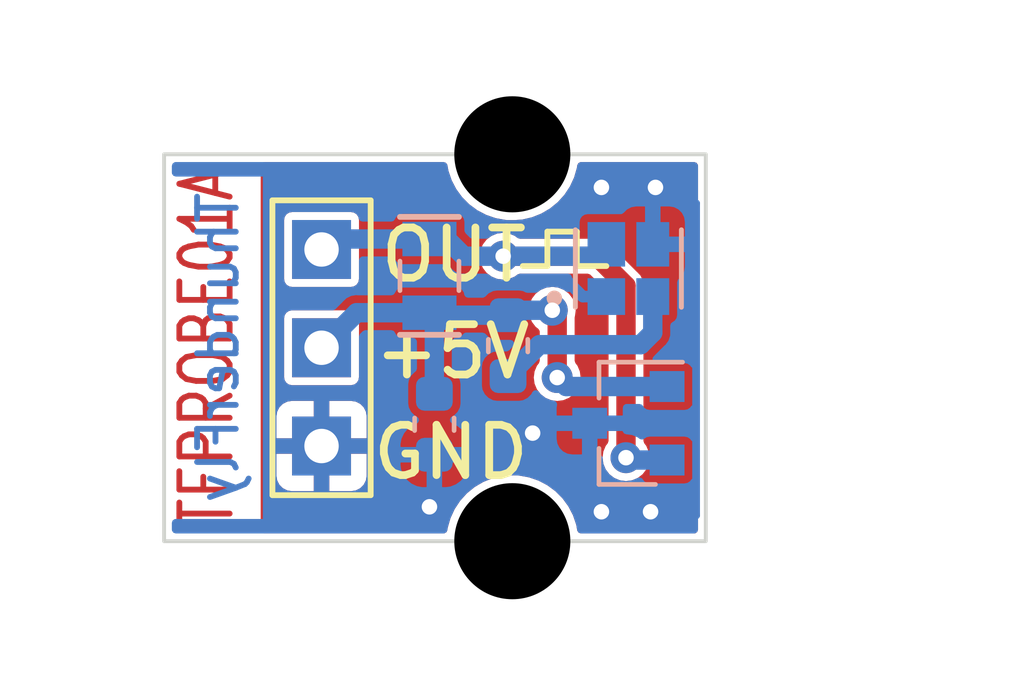
<source format=kicad_pcb>
(kicad_pcb (version 20240108) (generator "pcbnew") (generator_version "8.0")
  (layers (0 "F.Cu" signal) (31 "B.Cu" signal) (34 "B.Paste" user) (35 "F.Paste" user) (36 "B.SilkS" user "B.Silkscreen") (37 "F.SilkS" user "F.Silkscreen") (38 "B.Mask" user) (39 "F.Mask" user) (44 "Edge.Cuts" user))
  (net 0 "")
  (net 1 "+5V")
  (net 2 "GND")
  (net 3 "/COUNT")
  (net 4 "Net-(R1-Pad2)")
  (footprint "Mlab_Mechanical:dira_3mm" (layer "F.Cu") (at 8.89 -10.033)
    (property "Reference" "M3" (hide yes))
    (property "Value" "HOLE" (hide yes))
    (pad "" np_thru_hole circle (at 0.11 0.033) (size 3 3) (drill 3) (layers "*.Mask"))
  )
  (footprint "Mlab_Mechanical:dira_3mm" (layer "F.Cu") (at 9 0)
    (property "Reference" "M4" (hide yes))
    (property "Value" "HOLE" (hide yes))
    (pad "" np_thru_hole circle (at 0 0) (size 3 3) (drill 3) (layers "*.Mask"))
  )
  (footprint "Mlab_Pin_Headers:Straight_1x03" (layer "F.Cu") (at 4.069 -5)
    (property "Reference" "J1" (hide yes))
    (property "Value" "HEADER_1x03" (hide yes))
    (fp_line (start -1.27 -3.81) (end 1.27 -3.81) (stroke (width 0.15)) (layer "F.SilkS"))
    (fp_line (start -1.27 3.81) (end -1.27 -3.81) (stroke (width 0.15)) (layer "F.SilkS"))
    (fp_line (start 1.27 -3.81) (end 1.27 3.81) (stroke (width 0.15)) (layer "F.SilkS"))
    (fp_line (start 1.27 3.81) (end -1.27 3.81) (stroke (width 0.15)) (layer "F.SilkS"))
    (pad "1" thru_hole rect (at 0 -2.54) (size 1.524 1.524) (drill 0.889) (layers "*.Cu" "*.Mask") (net 3 "/COUNT"))
    (pad "2" thru_hole rect (at 0 0) (size 1.524 1.524) (drill 0.889) (layers "*.Cu" "*.Mask") (net 1 "+5V"))
    (pad "3" thru_hole rect (at 0 2.54) (size 1.524 1.524) (drill 0.889) (layers "*.Cu" "*.Mask") (net 2 "GND"))
  )
  (footprint "Mlab_R:SMD-0603" (layer "B.Cu") (at 8.89 -5.0545 -90)
    (property "Reference" "R1" (hide yes))
    (property "Value" "180R" (hide yes))
    (fp_line (start -0.162779 0.51) (end 0.162779 0.51) (stroke (width 0.12)) (layer "B.SilkS"))
    (fp_line (start -0.162779 -0.51) (end 0.162779 -0.51) (stroke (width 0.12)) (layer "B.SilkS"))
    (pad "1" smd roundrect (at -0.7875 0 270) (size 0.875 0.95) (layers "B.Cu" "B.Paste" "B.Mask") (net 1 "+5V"))
    (pad "2" smd roundrect (at 0.7875 0 270) (size 0.875 0.95) (layers "B.Cu" "B.Paste" "B.Mask") (net 4 "Net-(R1-Pad2)"))
  )
  (footprint "Package_TO_SOT_SMD:SOT-23" (layer "B.Cu") (at 12 -3.048 180)
    (property "Reference" "U1" (hide yes))
    (property "Value" "AH3572" (hide yes))
    (fp_line (start 0.76 1.58) (end 0.76 0.65) (stroke (width 0.12)) (layer "B.SilkS"))
    (fp_line (start 0.76 1.58) (end -1.4 1.58) (stroke (width 0.12)) (layer "B.SilkS"))
    (fp_line (start 0.76 -1.58) (end 0.76 -0.65) (stroke (width 0.12)) (layer "B.SilkS"))
    (fp_line (start 0.76 -1.58) (end -0.7 -1.58) (stroke (width 0.12)) (layer "B.SilkS"))
    (pad "1" smd rect (at -1 0.95 180) (size 0.9 0.8) (layers "B.Cu" "B.Paste" "B.Mask") (net 1 "+5V"))
    (pad "2" smd rect (at -1 -0.95 180) (size 0.9 0.8) (layers "B.Cu" "B.Paste" "B.Mask") (net 3 "/COUNT"))
    (pad "3" smd rect (at 1 0 180) (size 0.9 0.8) (layers "B.Cu" "B.Paste" "B.Mask") (net 2 "GND"))
  )
  (footprint "Mlab_R:SMD-0603" (layer "B.Cu") (at 6.985 -3.0225 -90)
    (property "Reference" "C1" (hide yes))
    (property "Value" "100nF" (hide yes))
    (fp_line (start -0.162779 0.51) (end 0.162779 0.51) (stroke (width 0.12)) (layer "B.SilkS"))
    (fp_line (start -0.162779 -0.51) (end 0.162779 -0.51) (stroke (width 0.12)) (layer "B.SilkS"))
    (pad "1" smd roundrect (at -0.7875 0 270) (size 0.875 0.95) (layers "B.Cu" "B.Paste" "B.Mask") (net 1 "+5V"))
    (pad "2" smd roundrect (at 0.7875 0 270) (size 0.875 0.95) (layers "B.Cu" "B.Paste" "B.Mask") (net 2 "GND"))
  )
  (footprint "Mlab_R:SMD-0805" (layer "B.Cu") (at 6.858 -6.858 90)
    (property "Reference" "R2")
    (property "Value" "-")
    (fp_line (start -0.381 -0.762) (end 0.381 -0.762) (stroke (width 0.12)) (layer "B.SilkS"))
    (fp_line (start -1.524 -0.762) (end -1.524 0.762) (stroke (width 0.15)) (layer "B.SilkS"))
    (fp_line (start 1.524 0.762) (end 1.524 -0.762) (stroke (width 0.15)) (layer "B.SilkS"))
    (fp_line (start -0.381 0.762) (end 0.381 0.762) (stroke (width 0.12)) (layer "B.SilkS"))
    (pad "1" smd rect (at -0.9525 0 90) (size 0.889 1.397) (layers "B.Cu" "B.Paste" "B.Mask") (net 1 "+5V"))
    (pad "2" smd rect (at 0.9525 0 90) (size 0.889 1.397) (layers "B.Cu" "B.Paste" "B.Mask") (net 3 "/COUNT"))
  )
  (footprint "Mlab_IO:XDCR_VCNT2020" (layer "B.Cu") (at 12 -7.048)
    (property "Reference" "U2" (hide yes))
    (property "Value" "VCNT2020" (hide yes))
    (fp_line (start -1.37 1) (end -1.37 -1) (stroke (width 0.127)) (layer "B.SilkS"))
    (fp_line (start 1.37 1) (end 1.37 -1) (stroke (width 0.127)) (layer "B.SilkS"))
    (fp_circle (center -1.91352 0.769763) (end -1.81352 0.769763) (stroke (width 0.2)) (fill none) (layer "B.SilkS"))
    (pad "1" smd rect (at -0.57 0.725) (size 0.97 0.95) (layers "B.Cu" "B.Paste" "B.Mask") (net 2 "GND"))
    (pad "2" smd rect (at -0.57 -0.625) (size 0.97 1.15) (layers "B.Cu" "B.Paste" "B.Mask") (net 3 "/COUNT"))
    (pad "3" smd rect (at 0.63 0.725) (size 0.85 0.95) (layers "B.Cu" "B.Paste" "B.Mask") (net 4 "Net-(R1-Pad2)"))
    (pad "4" smd rect (at 0.63 -0.625) (size 0.85 1.15) (layers "B.Cu" "B.Paste" "B.Mask") (net 2 "GND"))
  )
  (gr_line (start 9.906 -8.001) (end 10.668 -8.001) (stroke (width 0.15)) (layer "F.SilkS"))
  (gr_line (start 9.271 -7.112) (end 9.906 -7.112) (stroke (width 0.15)) (layer "F.SilkS"))
  (gr_line (start 10.668 -8.001) (end 10.668 -7.112) (stroke (width 0.15)) (layer "F.SilkS"))
  (gr_line (start 9.906 -7.112) (end 9.906 -8.001) (stroke (width 0.15)) (layer "F.SilkS"))
  (gr_line (start 10.668 -7.112) (end 11.43 -7.112) (stroke (width 0.15)) (layer "F.SilkS"))
  (gr_rect (start 0 -10) (end 14 0) (stroke (width 0.1)) (fill none) (layer "Edge.Cuts"))
  (gr_text "TFPROBE01A" (at 1.1 -5 90) (layer "F.Cu") (effects (font (size 1.3 1))))
  (gr_text "ThunderFly" (at 1.397 -5 90) (layer "B.Cu") (effects (font (size 1 1)) (justify mirror)))
  (gr_text "GND" (at 5.3 -2.3 0) (layer "F.SilkS") (effects (font (size 1.3 1.3) (thickness 0.2)) (justify left)))
  (gr_text "OUT" (at 5.5 -7.4 0) (layer "F.SilkS") (effects (font (size 1.3 1.3) (thickness 0.2)) (justify left)))
  (gr_text "+5V" (at 5.339 -4.9 0) (layer "F.SilkS") (effects (font (size 1.3 1.3) (thickness 0.2)) (justify left)))
  (segment (start 10.16 -5.842) (end 10.033 -5.969) (width 0.5) (layer "F.Cu") (net 1))
  (segment (start 10.16 -4.23) (end 10.16 -5.842) (width 0.5) (layer "F.Cu") (net 1))
  (via (at 10.033 -5.969) (size 0.8) (drill 0.4) (layers "F.Cu" "B.Cu") (net 1))
  (via (at 10.16 -4.23) (size 0.8) (drill 0.4) (layers "F.Cu" "B.Cu") (net 1))
  (segment (start 8.89 -5.842) (end 6.9215 -5.842) (width 0.5) (layer "B.Cu") (net 1))
  (segment (start 10.392 -3.998) (end 10.16 -4.23) (width 0.5) (layer "B.Cu") (net 1))
  (segment (start 6.985 -5.7785) (end 6.858 -5.9055) (width 0.5) (layer "B.Cu") (net 1))
  (segment (start 13 -3.998) (end 10.392 -3.998) (width 0.5) (layer "B.Cu") (net 1))
  (segment (start 6.9215 -5.842) (end 6.858 -5.9055) (width 0.5) (layer "B.Cu") (net 1))
  (segment (start 9.017 -5.969) (end 8.89 -5.842) (width 0.5) (layer "B.Cu") (net 1))
  (segment (start 6.985 -3.81) (end 6.985 -5.7785) (width 0.5) (layer "B.Cu") (net 1))
  (segment (start 4.9745 -5.9055) (end 4.069 -5) (width 0.5) (layer "B.Cu") (net 1))
  (segment (start 6.858 -5.9055) (end 4.9745 -5.9055) (width 0.5) (layer "B.Cu") (net 1))
  (segment (start 10.033 -5.969) (end 9.017 -5.969) (width 0.5) (layer "B.Cu") (net 1))
  (via (at 11.303 -0.762) (size 0.8) (drill 0.4) (layers "F.Cu" "B.Cu") (net 2))
  (via (at 9.525 -2.794) (size 0.8) (drill 0.4) (layers "F.Cu" "B.Cu") (net 2))
  (via (at 11.303 -9.144) (size 0.8) (drill 0.4) (layers "F.Cu" "B.Cu") (net 2))
  (via (at 12.7 -9.144) (size 0.8) (drill 0.4) (layers "F.Cu" "B.Cu") (net 2))
  (via (at 12.573 -0.762) (size 0.8) (drill 0.4) (layers "F.Cu" "B.Cu") (net 2))
  (via (at 6.858 -0.889) (size 0.8) (drill 0.4) (layers "F.Cu" "B.Cu") (net 2))
  (segment (start 13.75001 -8.72899) (end 13.75001 -0.66901) (width 0.2) (layer "B.Cu") (net 2))
  (segment (start 10.822 -6.323) (end 10.414 -6.731) (width 0.3) (layer "B.Cu") (net 2))
  (segment (start 11.43 -6.323) (end 10.822 -6.323) (width 0.3) (layer "B.Cu") (net 2))
  (segment (start 13.335 -9.144) (end 13.75001 -8.72899) (width 0.2) (layer "B.Cu") (net 2))
  (segment (start 10.414 -6.731) (end 9.271 -6.731) (width 0.3) (layer "B.Cu") (net 2))
  (segment (start 13.65702 -0.762) (end 12.573 -0.762) (width 0.2) (layer "B.Cu") (net 2))
  (segment (start 13.75001 -0.66901) (end 13.65702 -0.762) (width 0.2) (layer "B.Cu") (net 2))
  (segment (start 12.7 -9.144) (end 13.335 -9.144) (width 0.2) (layer "B.Cu") (net 2))
  (segment (start 11.176 -7.366) (end 8.763 -7.366) (width 0.5) (layer "F.Cu") (net 3))
  (segment (start 11.938 -2.159) (end 11.938 -6.604) (width 0.5) (layer "F.Cu") (net 3))
  (segment (start 11.938 -6.604) (end 11.176 -7.366) (width 0.5) (layer "F.Cu") (net 3))
  (via (at 8.763 -7.366) (size 0.8) (drill 0.4) (layers "F.Cu" "B.Cu") (net 3))
  (via (at 11.938 -2.159) (size 0.8) (drill 0.4) (layers "F.Cu" "B.Cu") (net 3))
  (segment (start 6.858 -7.8105) (end 4.3395 -7.8105) (width 0.5) (layer "B.Cu") (net 3))
  (segment (start 7.3025 -7.8105) (end 7.747 -7.366) (width 0.5) (layer "B.Cu") (net 3))
  (segment (start 11.2925 -7.8105) (end 11.43 -7.673) (width 0.5) (layer "B.Cu") (net 3))
  (segment (start 6.858 -7.8105) (end 7.3025 -7.8105) (width 0.5) (layer "B.Cu") (net 3))
  (segment (start 13 -2.098) (end 11.999 -2.098) (width 0.5) (layer "B.Cu") (net 3))
  (segment (start 11.999 -2.098) (end 11.938 -2.159) (width 0.5) (layer "B.Cu") (net 3))
  (segment (start 4.3395 -7.8105) (end 4.069 -7.54) (width 0.5) (layer "B.Cu") (net 3))
  (segment (start 8.763 -7.366) (end 11.123 -7.366) (width 0.5) (layer "B.Cu") (net 3))
  (segment (start 7.747 -7.366) (end 8.763 -7.366) (width 0.5) (layer "B.Cu") (net 3))
  (segment (start 11.123 -7.366) (end 11.43 -7.673) (width 0.5) (layer "B.Cu") (net 3))
  (segment (start 11.684 -5.08) (end 9.703 -5.08) (width 0.5) (layer "B.Cu") (net 4))
  (segment (start 11.684 -5.08) (end 12.319 -5.08) (width 0.5) (layer "B.Cu") (net 4))
  (segment (start 12.63 -5.391) (end 12.63 -6.323) (width 0.5) (layer "B.Cu") (net 4))
  (segment (start 9.703 -5.08) (end 8.89 -4.267) (width 0.5) (layer "B.Cu") (net 4))
  (segment (start 12.319 -5.08) (end 12.63 -5.391) (width 0.5) (layer "B.Cu") (net 4))
  (zone (net 2) (net_name "GND") (layers "F&B.Cu") (connect_pads (clearance 0.2)) (min_thickness 0.2) (fill yes (thermal_gap 0.4) (thermal_bridge_width 0.4))
    (polygon (pts (xy 15.494 1.524) (xy -3.048 1.524) (xy -2.159 -12.319) (xy 15.24 -12.319)))
  )
)
</source>
